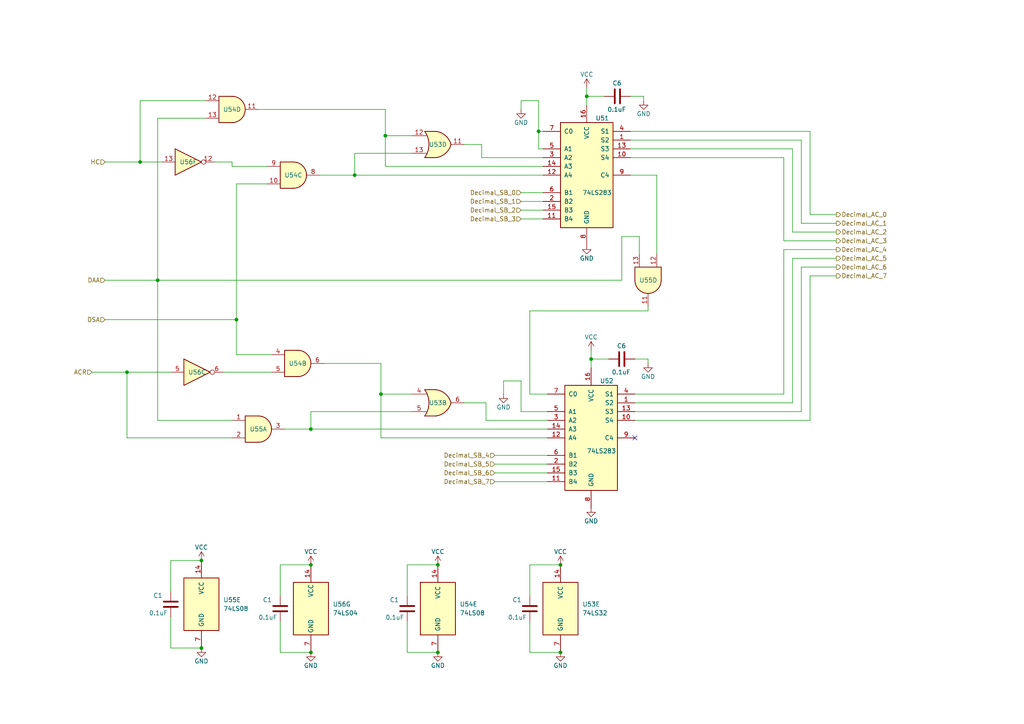
<source format=kicad_sch>
(kicad_sch (version 20230121) (generator eeschema)
  (paper "A4")
  (title_block (title "Decimal Adjuster Adder") (date "2023-07-12") (rev "1"))
  (lib_symbols
    (symbol "74xx:74LS04"
      (property "Reference" "U" (at 0 1.27 0))
      (property "Value" "74LS04" (at 0 -1.27 0))
      (symbol "74LS04_1_0"
        (polyline (pts (xy -3.81 3.81) (xy -3.81 -3.81) (xy 3.81 0) (xy -3.81 3.81)) (stroke (width 0.254)) (fill (type background)))
        (pin input line (at -7.62 0 0) (length 3.81) (name "~") (number "1"))
        (pin output inverted (at 7.62 0 180) (length 3.81) (name "~") (number "2"))
      )
      (symbol "74LS04_2_0"
        (polyline (pts (xy -3.81 3.81) (xy -3.81 -3.81) (xy 3.81 0) (xy -3.81 3.81)) (stroke (width 0.254)) (fill (type background)))
        (pin input line (at -7.62 0 0) (length 3.81) (name "~") (number "3"))
        (pin output inverted (at 7.62 0 180) (length 3.81) (name "~") (number "4"))
      )
      (symbol "74LS04_3_0"
        (polyline (pts (xy -3.81 3.81) (xy -3.81 -3.81) (xy 3.81 0) (xy -3.81 3.81)) (stroke (width 0.254)) (fill (type background)))
        (pin input line (at -7.62 0 0) (length 3.81) (name "~") (number "5"))
        (pin output inverted (at 7.62 0 180) (length 3.81) (name "~") (number "6"))
      )
      (symbol "74LS04_4_0"
        (polyline (pts (xy -3.81 3.81) (xy -3.81 -3.81) (xy 3.81 0) (xy -3.81 3.81)) (stroke (width 0.254)) (fill (type background)))
        (pin output inverted (at 7.62 0 180) (length 3.81) (name "~") (number "8"))
        (pin input line (at -7.62 0 0) (length 3.81) (name "~") (number "9"))
      )
      (symbol "74LS04_5_0"
        (polyline (pts (xy -3.81 3.81) (xy -3.81 -3.81) (xy 3.81 0) (xy -3.81 3.81)) (stroke (width 0.254)) (fill (type background)))
        (pin output inverted (at 7.62 0 180) (length 3.81) (name "~") (number "10"))
        (pin input line (at -7.62 0 0) (length 3.81) (name "~") (number "11"))
      )
      (symbol "74LS04_6_0"
        (polyline (pts (xy -3.81 3.81) (xy -3.81 -3.81) (xy 3.81 0) (xy -3.81 3.81)) (stroke (width 0.254)) (fill (type background)))
        (pin output inverted (at 7.62 0 180) (length 3.81) (name "~") (number "12"))
        (pin input line (at -7.62 0 0) (length 3.81) (name "~") (number "13"))
      )
      (symbol "74LS04_7_0"
        (pin power_in line (at 0 12.7 270) (length 5.08) (name "VCC") (number "14"))
        (pin power_in line (at 0 -12.7 90) (length 5.08) (name "GND") (number "7"))
      )
      (symbol "74LS04_7_1"
        (rectangle (start -5.08 7.62) (end 5.08 -7.62) (stroke (width 0.254)) (fill (type background)))
      )
    )
    (symbol "74xx:74LS08" (pin_names (offset 1.016))
      (property "Reference" "U" (at 0 1.27 0))
      (property "Value" "74LS08" (at 0 -1.27 0))
      (symbol "74LS08_1_1"
        (arc (start 0 -3.81) (mid 3.7934 0) (end 0 3.81) (stroke (width 0.254)) (fill (type background)))
        (polyline (pts (xy 0 3.81) (xy -3.81 3.81) (xy -3.81 -3.81) (xy 0 -3.81)) (stroke (width 0.254)) (fill (type background)))
        (pin input line (at -7.62 2.54 0) (length 3.81) (name "~") (number "1"))
        (pin input line (at -7.62 -2.54 0) (length 3.81) (name "~") (number "2"))
        (pin output line (at 7.62 0 180) (length 3.81) (name "~") (number "3"))
      )
      (symbol "74LS08_1_2"
        (arc (start -3.81 -3.81) (mid -2.589 0) (end -3.81 3.81) (stroke (width 0.254)))
        (arc (start -0.6096 -3.81) (mid 2.1842 -2.5851) (end 3.81 0) (stroke (width 0.254)) (fill (type background)))
        (polyline (pts (xy -3.81 -3.81) (xy -0.635 -3.81)) (stroke (width 0.254)) (fill (type background)))
        (polyline (pts (xy -3.81 3.81) (xy -0.635 3.81)) (stroke (width 0.254)) (fill (type background)))
        (polyline (pts (xy -0.635 3.81) (xy -3.81 3.81) (xy -3.81 3.81) (xy -3.556 3.4036) (xy -3.0226 2.2606) (xy -2.6924 1.0414) (xy -2.6162 -0.254) (xy -2.7686 -1.4986) (xy -3.175 -2.7178) (xy -3.81 -3.81) (xy -3.81 -3.81) (xy -0.635 -3.81)) (stroke (width -25.4)) (fill (type background)))
        (arc (start 3.81 0) (mid 2.1915 2.5936) (end -0.6096 3.81) (stroke (width 0.254)) (fill (type background)))
        (pin input inverted (at -7.62 2.54 0) (length 4.318) (name "~") (number "1"))
        (pin input inverted (at -7.62 -2.54 0) (length 4.318) (name "~") (number "2"))
        (pin output inverted (at 7.62 0 180) (length 3.81) (name "~") (number "3"))
      )
      (symbol "74LS08_2_1"
        (arc (start 0 -3.81) (mid 3.7934 0) (end 0 3.81) (stroke (width 0.254)) (fill (type background)))
        (polyline (pts (xy 0 3.81) (xy -3.81 3.81) (xy -3.81 -3.81) (xy 0 -3.81)) (stroke (width 0.254)) (fill (type background)))
        (pin input line (at -7.62 2.54 0) (length 3.81) (name "~") (number "4"))
        (pin input line (at -7.62 -2.54 0) (length 3.81) (name "~") (number "5"))
        (pin output line (at 7.62 0 180) (length 3.81) (name "~") (number "6"))
      )
      (symbol "74LS08_2_2"
        (arc (start -3.81 -3.81) (mid -2.589 0) (end -3.81 3.81) (stroke (width 0.254)))
        (arc (start -0.6096 -3.81) (mid 2.1842 -2.5851) (end 3.81 0) (stroke (width 0.254)) (fill (type background)))
        (polyline (pts (xy -3.81 -3.81) (xy -0.635 -3.81)) (stroke (width 0.254)) (fill (type background)))
        (polyline (pts (xy -3.81 3.81) (xy -0.635 3.81)) (stroke (width 0.254)) (fill (type background)))
        (polyline (pts (xy -0.635 3.81) (xy -3.81 3.81) (xy -3.81 3.81) (xy -3.556 3.4036) (xy -3.0226 2.2606) (xy -2.6924 1.0414) (xy -2.6162 -0.254) (xy -2.7686 -1.4986) (xy -3.175 -2.7178) (xy -3.81 -3.81) (xy -3.81 -3.81) (xy -0.635 -3.81)) (stroke (width -25.4)) (fill (type background)))
        (arc (start 3.81 0) (mid 2.1915 2.5936) (end -0.6096 3.81) (stroke (width 0.254)) (fill (type background)))
        (pin input inverted (at -7.62 2.54 0) (length 4.318) (name "~") (number "4"))
        (pin input inverted (at -7.62 -2.54 0) (length 4.318) (name "~") (number "5"))
        (pin output inverted (at 7.62 0 180) (length 3.81) (name "~") (number "6"))
      )
      (symbol "74LS08_3_1"
        (arc (start 0 -3.81) (mid 3.7934 0) (end 0 3.81) (stroke (width 0.254)) (fill (type background)))
        (polyline (pts (xy 0 3.81) (xy -3.81 3.81) (xy -3.81 -3.81) (xy 0 -3.81)) (stroke (width 0.254)) (fill (type background)))
        (pin input line (at -7.62 -2.54 0) (length 3.81) (name "~") (number "10"))
        (pin output line (at 7.62 0 180) (length 3.81) (name "~") (number "8"))
        (pin input line (at -7.62 2.54 0) (length 3.81) (name "~") (number "9"))
      )
      (symbol "74LS08_3_2"
        (arc (start -3.81 -3.81) (mid -2.589 0) (end -3.81 3.81) (stroke (width 0.254)))
        (arc (start -0.6096 -3.81) (mid 2.1842 -2.5851) (end 3.81 0) (stroke (width 0.254)) (fill (type background)))
        (polyline (pts (xy -3.81 -3.81) (xy -0.635 -3.81)) (stroke (width 0.254)) (fill (type background)))
        (polyline (pts (xy -3.81 3.81) (xy -0.635 3.81)) (stroke (width 0.254)) (fill (type background)))
        (polyline (pts (xy -0.635 3.81) (xy -3.81 3.81) (xy -3.81 3.81) (xy -3.556 3.4036) (xy -3.0226 2.2606) (xy -2.6924 1.0414) (xy -2.6162 -0.254) (xy -2.7686 -1.4986) (xy -3.175 -2.7178) (xy -3.81 -3.81) (xy -3.81 -3.81) (xy -0.635 -3.81)) (stroke (width -25.4)) (fill (type background)))
        (arc (start 3.81 0) (mid 2.1915 2.5936) (end -0.6096 3.81) (stroke (width 0.254)) (fill (type background)))
        (pin input inverted (at -7.62 -2.54 0) (length 4.318) (name "~") (number "10"))
        (pin output inverted (at 7.62 0 180) (length 3.81) (name "~") (number "8"))
        (pin input inverted (at -7.62 2.54 0) (length 4.318) (name "~") (number "9"))
      )
      (symbol "74LS08_4_1"
        (arc (start 0 -3.81) (mid 3.7934 0) (end 0 3.81) (stroke (width 0.254)) (fill (type background)))
        (polyline (pts (xy 0 3.81) (xy -3.81 3.81) (xy -3.81 -3.81) (xy 0 -3.81)) (stroke (width 0.254)) (fill (type background)))
        (pin output line (at 7.62 0 180) (length 3.81) (name "~") (number "11"))
        (pin input line (at -7.62 2.54 0) (length 3.81) (name "~") (number "12"))
        (pin input line (at -7.62 -2.54 0) (length 3.81) (name "~") (number "13"))
      )
      (symbol "74LS08_4_2"
        (arc (start -3.81 -3.81) (mid -2.589 0) (end -3.81 3.81) (stroke (width 0.254)))
        (arc (start -0.6096 -3.81) (mid 2.1842 -2.5851) (end 3.81 0) (stroke (width 0.254)) (fill (type background)))
        (polyline (pts (xy -3.81 -3.81) (xy -0.635 -3.81)) (stroke (width 0.254)) (fill (type background)))
        (polyline (pts (xy -3.81 3.81) (xy -0.635 3.81)) (stroke (width 0.254)) (fill (type background)))
        (polyline (pts (xy -0.635 3.81) (xy -3.81 3.81) (xy -3.81 3.81) (xy -3.556 3.4036) (xy -3.0226 2.2606) (xy -2.6924 1.0414) (xy -2.6162 -0.254) (xy -2.7686 -1.4986) (xy -3.175 -2.7178) (xy -3.81 -3.81) (xy -3.81 -3.81) (xy -0.635 -3.81)) (stroke (width -25.4)) (fill (type background)))
        (arc (start 3.81 0) (mid 2.1915 2.5936) (end -0.6096 3.81) (stroke (width 0.254)) (fill (type background)))
        (pin output inverted (at 7.62 0 180) (length 3.81) (name "~") (number "11"))
        (pin input inverted (at -7.62 2.54 0) (length 4.318) (name "~") (number "12"))
        (pin input inverted (at -7.62 -2.54 0) (length 4.318) (name "~") (number "13"))
      )
      (symbol "74LS08_5_0"
        (pin power_in line (at 0 12.7 270) (length 5.08) (name "VCC") (number "14"))
        (pin power_in line (at 0 -12.7 90) (length 5.08) (name "GND") (number "7"))
      )
      (symbol "74LS08_5_1"
        (rectangle (start -5.08 7.62) (end 5.08 -7.62) (stroke (width 0.254)) (fill (type background)))
      )
    )
    (symbol "74xx:74LS283" (pin_names (offset 1.016))
      (property "Reference" "U" (at -7.62 16.51 0))
      (property "Value" "74LS283" (at -7.62 -16.51 0))
      (symbol "74LS283_1_0"
        (pin output line (at 12.7 10.16 180) (length 5.08) (name "S2") (number "1"))
        (pin output line (at 12.7 5.08 180) (length 5.08) (name "S4") (number "10"))
        (pin input line (at -12.7 -12.7 0) (length 5.08) (name "B4") (number "11"))
        (pin input line (at -12.7 0 0) (length 5.08) (name "A4") (number "12"))
        (pin output line (at 12.7 7.62 180) (length 5.08) (name "S3") (number "13"))
        (pin input line (at -12.7 2.54 0) (length 5.08) (name "A3") (number "14"))
        (pin input line (at -12.7 -10.16 0) (length 5.08) (name "B3") (number "15"))
        (pin power_in line (at 0 20.32 270) (length 5.08) (name "VCC") (number "16"))
        (pin input line (at -12.7 -7.62 0) (length 5.08) (name "B2") (number "2"))
        (pin input line (at -12.7 5.08 0) (length 5.08) (name "A2") (number "3"))
        (pin output line (at 12.7 12.7 180) (length 5.08) (name "S1") (number "4"))
        (pin input line (at -12.7 7.62 0) (length 5.08) (name "A1") (number "5"))
        (pin input line (at -12.7 -5.08 0) (length 5.08) (name "B1") (number "6"))
        (pin input line (at -12.7 12.7 0) (length 5.08) (name "C0") (number "7"))
        (pin power_in line (at 0 -20.32 90) (length 5.08) (name "GND") (number "8"))
        (pin output line (at 12.7 0 180) (length 5.08) (name "C4") (number "9"))
      )
      (symbol "74LS283_1_1"
        (rectangle (start -7.62 15.24) (end 7.62 -15.24) (stroke (width 0.254)) (fill (type background)))
      )
    )
    (symbol "74xx:74LS32" (pin_names (offset 1.016))
      (property "Reference" "U" (at 0 1.27 0))
      (property "Value" "74LS32" (at 0 -1.27 0))
      (symbol "74LS32_1_1"
        (arc (start -3.81 -3.81) (mid -2.589 0) (end -3.81 3.81) (stroke (width 0.254)))
        (arc (start -0.6096 -3.81) (mid 2.1842 -2.5851) (end 3.81 0) (stroke (width 0.254)) (fill (type background)))
        (polyline (pts (xy -3.81 -3.81) (xy -0.635 -3.81)) (stroke (width 0.254)) (fill (type background)))
        (polyline (pts (xy -3.81 3.81) (xy -0.635 3.81)) (stroke (width 0.254)) (fill (type background)))
        (polyline (pts (xy -0.635 3.81) (xy -3.81 3.81) (xy -3.81 3.81) (xy -3.556 3.4036) (xy -3.0226 2.2606) (xy -2.6924 1.0414) (xy -2.6162 -0.254) (xy -2.7686 -1.4986) (xy -3.175 -2.7178) (xy -3.81 -3.81) (xy -3.81 -3.81) (xy -0.635 -3.81)) (stroke (width -25.4)) (fill (type background)))
        (arc (start 3.81 0) (mid 2.1915 2.5936) (end -0.6096 3.81) (stroke (width 0.254)) (fill (type background)))
        (pin input line (at -7.62 2.54 0) (length 4.318) (name "~") (number "1"))
        (pin input line (at -7.62 -2.54 0) (length 4.318) (name "~") (number "2"))
        (pin output line (at 7.62 0 180) (length 3.81) (name "~") (number "3"))
      )
      (symbol "74LS32_1_2"
        (arc (start 0 -3.81) (mid 3.7934 0) (end 0 3.81) (stroke (width 0.254)) (fill (type background)))
        (polyline (pts (xy 0 3.81) (xy -3.81 3.81) (xy -3.81 -3.81) (xy 0 -3.81)) (stroke (width 0.254)) (fill (type background)))
        (pin input inverted (at -7.62 2.54 0) (length 3.81) (name "~") (number "1"))
        (pin input inverted (at -7.62 -2.54 0) (length 3.81) (name "~") (number "2"))
        (pin output inverted (at 7.62 0 180) (length 3.81) (name "~") (number "3"))
      )
      (symbol "74LS32_2_1"
        (arc (start -3.81 -3.81) (mid -2.589 0) (end -3.81 3.81) (stroke (width 0.254)))
        (arc (start -0.6096 -3.81) (mid 2.1842 -2.5851) (end 3.81 0) (stroke (width 0.254)) (fill (type background)))
        (polyline (pts (xy -3.81 -3.81) (xy -0.635 -3.81)) (stroke (width 0.254)) (fill (type background)))
        (polyline (pts (xy -3.81 3.81) (xy -0.635 3.81)) (stroke (width 0.254)) (fill (type background)))
        (polyline (pts (xy -0.635 3.81) (xy -3.81 3.81) (xy -3.81 3.81) (xy -3.556 3.4036) (xy -3.0226 2.2606) (xy -2.6924 1.0414) (xy -2.6162 -0.254) (xy -2.7686 -1.4986) (xy -3.175 -2.7178) (xy -3.81 -3.81) (xy -3.81 -3.81) (xy -0.635 -3.81)) (stroke (width -25.4)) (fill (type background)))
        (arc (start 3.81 0) (mid 2.1915 2.5936) (end -0.6096 3.81) (stroke (width 0.254)) (fill (type background)))
        (pin input line (at -7.62 2.54 0) (length 4.318) (name "~") (number "4"))
        (pin input line (at -7.62 -2.54 0) (length 4.318) (name "~") (number "5"))
        (pin output line (at 7.62 0 180) (length 3.81) (name "~") (number "6"))
      )
      (symbol "74LS32_2_2"
        (arc (start 0 -3.81) (mid 3.7934 0) (end 0 3.81) (stroke (width 0.254)) (fill (type background)))
        (polyline (pts (xy 0 3.81) (xy -3.81 3.81) (xy -3.81 -3.81) (xy 0 -3.81)) (stroke (width 0.254)) (fill (type background)))
        (pin input inverted (at -7.62 2.54 0) (length 3.81) (name "~") (number "4"))
        (pin input inverted (at -7.62 -2.54 0) (length 3.81) (name "~") (number "5"))
        (pin output inverted (at 7.62 0 180) (length 3.81) (name "~") (number "6"))
      )
      (symbol "74LS32_3_1"
        (arc (start -3.81 -3.81) (mid -2.589 0) (end -3.81 3.81) (stroke (width 0.254)))
        (arc (start -0.6096 -3.81) (mid 2.1842 -2.5851) (end 3.81 0) (stroke (width 0.254)) (fill (type background)))
        (polyline (pts (xy -3.81 -3.81) (xy -0.635 -3.81)) (stroke (width 0.254)) (fill (type background)))
        (polyline (pts (xy -3.81 3.81) (xy -0.635 3.81)) (stroke (width 0.254)) (fill (type background)))
        (polyline (pts (xy -0.635 3.81) (xy -3.81 3.81) (xy -3.81 3.81) (xy -3.556 3.4036) (xy -3.0226 2.2606) (xy -2.6924 1.0414) (xy -2.6162 -0.254) (xy -2.7686 -1.4986) (xy -3.175 -2.7178) (xy -3.81 -3.81) (xy -3.81 -3.81) (xy -0.635 -3.81)) (stroke (width -25.4)) (fill (type background)))
        (arc (start 3.81 0) (mid 2.1915 2.5936) (end -0.6096 3.81) (stroke (width 0.254)) (fill (type background)))
        (pin input line (at -7.62 -2.54 0) (length 4.318) (name "~") (number "10"))
        (pin output line (at 7.62 0 180) (length 3.81) (name "~") (number "8"))
        (pin input line (at -7.62 2.54 0) (length 4.318) (name "~") (number "9"))
      )
      (symbol "74LS32_3_2"
        (arc (start 0 -3.81) (mid 3.7934 0) (end 0 3.81) (stroke (width 0.254)) (fill (type background)))
        (polyline (pts (xy 0 3.81) (xy -3.81 3.81) (xy -3.81 -3.81) (xy 0 -3.81)) (stroke (width 0.254)) (fill (type background)))
        (pin input inverted (at -7.62 -2.54 0) (length 3.81) (name "~") (number "10"))
        (pin output inverted (at 7.62 0 180) (length 3.81) (name "~") (number "8"))
        (pin input inverted (at -7.62 2.54 0) (length 3.81) (name "~") (number "9"))
      )
      (symbol "74LS32_4_1"
        (arc (start -3.81 -3.81) (mid -2.589 0) (end -3.81 3.81) (stroke (width 0.254)))
        (arc (start -0.6096 -3.81) (mid 2.1842 -2.5851) (end 3.81 0) (stroke (width 0.254)) (fill (type background)))
        (polyline (pts (xy -3.81 -3.81) (xy -0.635 -3.81)) (stroke (width 0.254)) (fill (type background)))
        (polyline (pts (xy -3.81 3.81) (xy -0.635 3.81)) (stroke (width 0.254)) (fill (type background)))
        (polyline (pts (xy -0.635 3.81) (xy -3.81 3.81) (xy -3.81 3.81) (xy -3.556 3.4036) (xy -3.0226 2.2606) (xy -2.6924 1.0414) (xy -2.6162 -0.254) (xy -2.7686 -1.4986) (xy -3.175 -2.7178) (xy -3.81 -3.81) (xy -3.81 -3.81) (xy -0.635 -3.81)) (stroke (width -25.4)) (fill (type background)))
        (arc (start 3.81 0) (mid 2.1915 2.5936) (end -0.6096 3.81) (stroke (width 0.254)) (fill (type background)))
        (pin output line (at 7.62 0 180) (length 3.81) (name "~") (number "11"))
        (pin input line (at -7.62 2.54 0) (length 4.318) (name "~") (number "12"))
        (pin input line (at -7.62 -2.54 0) (length 4.318) (name "~") (number "13"))
      )
      (symbol "74LS32_4_2"
        (arc (start 0 -3.81) (mid 3.7934 0) (end 0 3.81) (stroke (width 0.254)) (fill (type background)))
        (polyline (pts (xy 0 3.81) (xy -3.81 3.81) (xy -3.81 -3.81) (xy 0 -3.81)) (stroke (width 0.254)) (fill (type background)))
        (pin output inverted (at 7.62 0 180) (length 3.81) (name "~") (number "11"))
        (pin input inverted (at -7.62 2.54 0) (length 3.81) (name "~") (number "12"))
        (pin input inverted (at -7.62 -2.54 0) (length 3.81) (name "~") (number "13"))
      )
      (symbol "74LS32_5_0"
        (pin power_in line (at 0 12.7 270) (length 5.08) (name "VCC") (number "14"))
        (pin power_in line (at 0 -12.7 90) (length 5.08) (name "GND") (number "7"))
      )
      (symbol "74LS32_5_1"
        (rectangle (start -5.08 7.62) (end 5.08 -7.62) (stroke (width 0.254)) (fill (type background)))
      )
    )
    (symbol "Device:C" (pin_numbers hide) (pin_names (offset 0.254))
      (property "Reference" "C" (at 0.635 2.54 0))
      (property "Value" "C" (at 0.635 -2.54 0))
      (symbol "C_0_1"
        (polyline (pts (xy -2.032 -0.762) (xy 2.032 -0.762)) (stroke (width 0.508)))
        (polyline (pts (xy -2.032 0.762) (xy 2.032 0.762)) (stroke (width 0.508)))
      )
      (symbol "C_1_1"
        (pin passive line (at 0 3.81 270) (length 2.794) (name "~") (number "1"))
        (pin passive line (at 0 -3.81 90) (length 2.794) (name "~") (number "2"))
      )
    )
    (symbol "power:GND" (power) (pin_names (offset 0))
      (property "Value" "GND" (at 0 -3.81 0))
      (symbol "GND_0_1"
        (polyline (pts (xy 0 0) (xy 0 -1.27) (xy 1.27 -1.27) (xy 0 -2.54) (xy -1.27 -1.27) (xy 0 -1.27)))
      )
      (symbol "GND_1_1"
        (pin power_in line (at 0 0 270) (length 0) hide (name "GND") (number "1"))
      )
    )
    (symbol "power:VCC" (power) (pin_names (offset 0))
      (property "Value" "VCC" (at 0 3.81 0))
      (symbol "VCC_0_1"
        (polyline (pts (xy -0.762 1.27) (xy 0 2.54)))
        (polyline (pts (xy 0 0) (xy 0 2.54)))
        (polyline (pts (xy 0 2.54) (xy 0.762 1.27)))
      )
      (symbol "VCC_1_1"
        (pin power_in line (at 0 0 90) (length 0) hide (name "VCC") (number "1"))
      )
    )
  )
  (junction (at 58.42 187.96))
  (junction (at 162.56 189.23))
  (junction (at 127 189.23))
  (junction (at 68.58 92.71))
  (junction (at 36.83 107.95))
  (junction (at 111.76 39.37))
  (junction (at 170.18 27.94))
  (junction (at 90.17 189.23))
  (junction (at 58.42 162.56))
  (junction (at 171.45 104.14))
  (junction (at 127 163.83))
  (junction (at 90.17 163.83))
  (junction (at 162.56 163.83))
  (junction (at 45.72 81.28))
  (junction (at 102.87 50.8))
  (junction (at 90.17 124.46))
  (junction (at 156.21 38.1))
  (junction (at 110.49 114.3))
  (junction (at 40.64 46.99))
  (no_connect (at 184.15 127))
  (wire (pts (xy 102.87 50.8) (xy 157.48 50.8)))
  (wire (pts (xy 146.05 110.49) (xy 146.05 114.3)))
  (wire (pts (xy 171.45 101.6) (xy 171.45 104.14)))
  (wire (pts (xy 187.96 88.9) (xy 187.96 90.17)))
  (wire (pts (xy 81.28 189.23) (xy 90.17 189.23)))
  (wire (pts (xy 153.67 90.17) (xy 153.67 114.3)))
  (wire (pts (xy 229.87 116.84) (xy 184.15 116.84)))
  (wire (pts (xy 229.87 74.93) (xy 229.87 116.84)))
  (wire (pts (xy 45.72 34.29) (xy 45.72 81.28)))
  (wire (pts (xy 185.42 73.66) (xy 185.42 68.58)))
  (wire (pts (xy 118.11 163.83) (xy 127 163.83)))
  (wire (pts (xy 153.67 114.3) (xy 158.75 114.3)))
  (wire (pts (xy 234.95 121.92) (xy 234.95 80.01)))
  (wire (pts (xy 242.57 64.77) (xy 232.41 64.77)))
  (wire (pts (xy 102.87 44.45) (xy 102.87 50.8)))
  (wire (pts (xy 234.95 62.23) (xy 242.57 62.23)))
  (wire (pts (xy 140.97 121.92) (xy 158.75 121.92)))
  (wire (pts (xy 90.17 124.46) (xy 158.75 124.46)))
  (wire (pts (xy 74.93 31.75) (xy 111.76 31.75)))
  (wire (pts (xy 151.13 55.88) (xy 157.48 55.88)))
  (wire (pts (xy 143.51 132.08) (xy 158.75 132.08)))
  (wire (pts (xy 190.5 50.8) (xy 190.5 73.66)))
  (wire (pts (xy 170.18 27.94) (xy 175.26 27.94)))
  (wire (pts (xy 81.28 163.83) (xy 90.17 163.83)))
  (wire (pts (xy 78.74 102.87) (xy 68.58 102.87)))
  (wire (pts (xy 81.28 180.34) (xy 81.28 189.23)))
  (wire (pts (xy 92.71 50.8) (xy 102.87 50.8)))
  (wire (pts (xy 110.49 105.41) (xy 110.49 114.3)))
  (wire (pts (xy 140.97 116.84) (xy 140.97 121.92)))
  (wire (pts (xy 36.83 107.95) (xy 49.53 107.95)))
  (wire (pts (xy 157.48 48.26) (xy 111.76 48.26)))
  (wire (pts (xy 139.7 45.72) (xy 157.48 45.72)))
  (wire (pts (xy 153.67 180.34) (xy 153.67 189.23)))
  (wire (pts (xy 49.53 171.45) (xy 49.53 162.56)))
  (wire (pts (xy 242.57 77.47) (xy 232.41 77.47)))
  (wire (pts (xy 67.31 48.26) (xy 77.47 48.26)))
  (wire (pts (xy 229.87 43.18) (xy 229.87 67.31)))
  (wire (pts (xy 171.45 104.14) (xy 176.53 104.14)))
  (wire (pts (xy 227.33 69.85) (xy 227.33 45.72)))
  (wire (pts (xy 158.75 119.38) (xy 151.13 119.38)))
  (wire (pts (xy 119.38 119.38) (xy 90.17 119.38)))
  (wire (pts (xy 151.13 119.38) (xy 151.13 110.49)))
  (wire (pts (xy 93.98 105.41) (xy 110.49 105.41)))
  (wire (pts (xy 186.69 27.94) (xy 186.69 29.21)))
  (wire (pts (xy 232.41 119.38) (xy 184.15 119.38)))
  (wire (pts (xy 45.72 81.28) (xy 180.34 81.28)))
  (wire (pts (xy 156.21 29.21) (xy 151.13 29.21)))
  (wire (pts (xy 110.49 114.3) (xy 119.38 114.3)))
  (wire (pts (xy 90.17 124.46) (xy 82.55 124.46)))
  (wire (pts (xy 151.13 110.49) (xy 146.05 110.49)))
  (wire (pts (xy 68.58 92.71) (xy 68.58 53.34)))
  (wire (pts (xy 151.13 63.5) (xy 157.48 63.5)))
  (wire (pts (xy 187.96 90.17) (xy 153.67 90.17)))
  (wire (pts (xy 153.67 163.83) (xy 162.56 163.83)))
  (wire (pts (xy 45.72 121.92) (xy 45.72 81.28)))
  (wire (pts (xy 67.31 127) (xy 36.83 127)))
  (wire (pts (xy 242.57 74.93) (xy 229.87 74.93)))
  (wire (pts (xy 227.33 72.39) (xy 242.57 72.39)))
  (wire (pts (xy 234.95 38.1) (xy 234.95 62.23)))
  (wire (pts (xy 242.57 69.85) (xy 227.33 69.85)))
  (wire (pts (xy 234.95 80.01) (xy 242.57 80.01)))
  (wire (pts (xy 143.51 134.62) (xy 158.75 134.62)))
  (wire (pts (xy 184.15 104.14) (xy 187.96 104.14)))
  (wire (pts (xy 171.45 104.14) (xy 171.45 106.68)))
  (wire (pts (xy 156.21 38.1) (xy 156.21 43.18)))
  (wire (pts (xy 185.42 68.58) (xy 180.34 68.58)))
  (wire (pts (xy 81.28 172.72) (xy 81.28 163.83)))
  (wire (pts (xy 156.21 38.1) (xy 157.48 38.1)))
  (wire (pts (xy 111.76 39.37) (xy 119.38 39.37)))
  (wire (pts (xy 111.76 31.75) (xy 111.76 39.37)))
  (wire (pts (xy 153.67 172.72) (xy 153.67 163.83)))
  (wire (pts (xy 143.51 137.16) (xy 158.75 137.16)))
  (wire (pts (xy 67.31 46.99) (xy 62.23 46.99)))
  (wire (pts (xy 180.34 68.58) (xy 180.34 81.28)))
  (wire (pts (xy 30.48 92.71) (xy 68.58 92.71)))
  (wire (pts (xy 59.69 29.21) (xy 40.64 29.21)))
  (wire (pts (xy 182.88 27.94) (xy 186.69 27.94)))
  (wire (pts (xy 111.76 48.26) (xy 111.76 39.37)))
  (wire (pts (xy 118.11 189.23) (xy 127 189.23)))
  (wire (pts (xy 59.69 34.29) (xy 45.72 34.29)))
  (wire (pts (xy 119.38 44.45) (xy 102.87 44.45)))
  (wire (pts (xy 187.96 104.14) (xy 187.96 105.41)))
  (wire (pts (xy 90.17 119.38) (xy 90.17 124.46)))
  (wire (pts (xy 118.11 172.72) (xy 118.11 163.83)))
  (wire (pts (xy 227.33 45.72) (xy 182.88 45.72)))
  (wire (pts (xy 153.67 189.23) (xy 162.56 189.23)))
  (wire (pts (xy 67.31 46.99) (xy 67.31 48.26)))
  (wire (pts (xy 229.87 67.31) (xy 242.57 67.31)))
  (wire (pts (xy 157.48 43.18) (xy 156.21 43.18)))
  (wire (pts (xy 36.83 127) (xy 36.83 107.95)))
  (wire (pts (xy 134.62 41.91) (xy 139.7 41.91)))
  (wire (pts (xy 49.53 162.56) (xy 58.42 162.56)))
  (wire (pts (xy 64.77 107.95) (xy 78.74 107.95)))
  (wire (pts (xy 67.31 121.92) (xy 45.72 121.92)))
  (wire (pts (xy 134.62 116.84) (xy 140.97 116.84)))
  (wire (pts (xy 170.18 27.94) (xy 170.18 30.48)))
  (wire (pts (xy 30.48 81.28) (xy 45.72 81.28)))
  (wire (pts (xy 170.18 25.4) (xy 170.18 27.94)))
  (wire (pts (xy 182.88 50.8) (xy 190.5 50.8)))
  (wire (pts (xy 26.67 107.95) (xy 36.83 107.95)))
  (wire (pts (xy 30.48 46.99) (xy 40.64 46.99)))
  (wire (pts (xy 40.64 46.99) (xy 46.99 46.99)))
  (wire (pts (xy 139.7 41.91) (xy 139.7 45.72)))
  (wire (pts (xy 232.41 40.64) (xy 182.88 40.64)))
  (wire (pts (xy 227.33 114.3) (xy 227.33 72.39)))
  (wire (pts (xy 143.51 139.7) (xy 158.75 139.7)))
  (wire (pts (xy 110.49 114.3) (xy 110.49 127)))
  (wire (pts (xy 182.88 43.18) (xy 229.87 43.18)))
  (wire (pts (xy 68.58 53.34) (xy 77.47 53.34)))
  (wire (pts (xy 184.15 121.92) (xy 234.95 121.92)))
  (wire (pts (xy 232.41 64.77) (xy 232.41 40.64)))
  (wire (pts (xy 182.88 38.1) (xy 234.95 38.1)))
  (wire (pts (xy 118.11 180.34) (xy 118.11 189.23)))
  (wire (pts (xy 151.13 58.42) (xy 157.48 58.42)))
  (wire (pts (xy 49.53 179.07) (xy 49.53 187.96)))
  (wire (pts (xy 49.53 187.96) (xy 58.42 187.96)))
  (wire (pts (xy 232.41 77.47) (xy 232.41 119.38)))
  (wire (pts (xy 184.15 114.3) (xy 227.33 114.3)))
  (wire (pts (xy 158.75 127) (xy 110.49 127)))
  (wire (pts (xy 156.21 38.1) (xy 156.21 29.21)))
  (wire (pts (xy 68.58 102.87) (xy 68.58 92.71)))
  (wire (pts (xy 151.13 29.21) (xy 151.13 31.75)))
  (wire (pts (xy 151.13 60.96) (xy 157.48 60.96)))
  (wire (pts (xy 40.64 29.21) (xy 40.64 46.99)))
  (hierarchical_label "Decimal_AC_1" (shape output) (at 242.57 64.77 0))
  (hierarchical_label "Decimal_SB_4" (shape input) (at 143.51 132.08 180))
  (hierarchical_label "Decimal_AC_7" (shape output) (at 242.57 80.01 0))
  (hierarchical_label "Decimal_SB_0" (shape input) (at 151.13 55.88 180))
  (hierarchical_label "ACR" (shape input) (at 26.67 107.95 180))
  (hierarchical_label "Decimal_AC_5" (shape output) (at 242.57 74.93 0))
  (hierarchical_label "Decimal_SB_6" (shape input) (at 143.51 137.16 180))
  (hierarchical_label "Decimal_AC_6" (shape output) (at 242.57 77.47 0))
  (hierarchical_label "Decimal_SB_1" (shape input) (at 151.13 58.42 180))
  (hierarchical_label "Decimal_SB_3" (shape input) (at 151.13 63.5 180))
  (hierarchical_label "HC" (shape input) (at 30.48 46.99 180))
  (hierarchical_label "Decimal_SB_2" (shape input) (at 151.13 60.96 180))
  (hierarchical_label "Decimal_AC_3" (shape output) (at 242.57 69.85 0))
  (hierarchical_label "Decimal_AC_4" (shape output) (at 242.57 72.39 0))
  (hierarchical_label "DSA" (shape input) (at 30.48 92.71 180))
  (hierarchical_label "Decimal_SB_5" (shape input) (at 143.51 134.62 180))
  (hierarchical_label "DAA" (shape input) (at 30.48 81.28 180))
  (hierarchical_label "Decimal_SB_7" (shape input) (at 143.51 139.7 180))
  (hierarchical_label "Decimal_AC_2" (shape output) (at 242.57 67.31 0))
  (hierarchical_label "Decimal_AC_0" (shape output) (at 242.57 62.23 0))
  (symbol (lib_id "74xx:74LS32") (at 127 116.84 0) (unit 2)
    (property "Reference" "U53" (at 127.0083 116.84 0))
    (property "Value" "74LS32" (effects hide))
    (property "Datasheet" "http://www.ti.com/lit/gpn/sn74LS32" (effects hide))
  )
  (symbol (lib_id "power:GND") (at 171.45 147.32 0) (unit 1)
    (property "Reference" "#PWR017" (effects hide))
    (property "Value" "GND" (at 171.45 151.13 0))
    (instances (project "8bit_CPU-V0_1" (path "" (reference "#PWR017") (unit 1)) (path "" (reference "#PWR044") (unit 1)) (path "" (reference "#PWR065") (unit 1)) (path "" (reference "#PWR077") (unit 1)) (path "" (reference "#PWR089") (unit 1)) (path "" (reference "#PWR097") (unit 1)) (path "" (reference "#PWR0118") (unit 1)) (path "" (reference "#PWR0145") (unit 1))))
  )
  (symbol (lib_id "Device:C") (at 81.28 176.53 0) (unit 1)
    (property "Reference" "C1" (at 76.2 173.99 0) (effects (justify left)))
    (property "Value" "0.1uF" (at 74.93 179.07 0) (effects (justify left)))
    (instances (project "8bit_CPU-V0_1" (path "" (reference "C1") (unit 1)) (path "" (reference "C13") (unit 1)) (path "" (reference "C20") (unit 1)) (path "" (reference "C23") (unit 1)) (path "" (reference "C25") (unit 1)) (path "" (reference "C30") (unit 1)) (path "" (reference "C36") (unit 1)) (path "" (reference "C48") (unit 1)) (path "" (reference "C56") (unit 1))))
  )
  (symbol (lib_id "Device:C") (at 49.53 175.26 0) (unit 1)
    (property "Reference" "C1" (at 44.45 172.72 0) (effects (justify left)))
    (property "Value" "0.1uF" (at 43.18 177.8 0) (effects (justify left)))
    (instances (project "8bit_CPU-V0_1" (path "" (reference "C1") (unit 1)) (path "" (reference "C13") (unit 1)) (path "" (reference "C20") (unit 1)) (path "" (reference "C23") (unit 1)) (path "" (reference "C25") (unit 1)) (path "" (reference "C30") (unit 1)) (path "" (reference "C36") (unit 1)) (path "" (reference "C48") (unit 1)) (path "" (reference "C55") (unit 1))))
  )
  (symbol (lib_id "power:VCC") (at 90.17 163.83 0) (unit 1)
    (property "Reference" "#PWR06" (effects hide))
    (property "Value" "VCC" (at 90.17 160.02 0))
    (instances (project "8bit_CPU-V0_1" (path "" (reference "#PWR06") (unit 1)) (path "" (reference "#PWR028") (unit 1)) (path "" (reference "#PWR060") (unit 1)) (path "" (reference "#PWR070") (unit 1)) (path "" (reference "#PWR072") (unit 1)) (path "" (reference "#PWR084") (unit 1)) (path "" (reference "#PWR0102") (unit 1)) (path "" (reference "#PWR0132") (unit 1)) (path "" (reference "#PWR0151") (unit 1))))
  )
  (symbol (lib_id "Device:C") (at 180.34 104.14 90) (unit 1)
    (property "Reference" "C6" (at 181.61 100.33 90) (effects (justify left)))
    (property "Value" "0.1uF" (at 182.88 107.95 90) (effects (justify left)))
    (instances (project "8bit_CPU-V0_1" (path "" (reference "C6") (unit 1)) (path "" (reference "C16") (unit 1)) (path "" (reference "C13") (unit 1)) (path "" (reference "C26") (unit 1)) (path "" (reference "C31") (unit 1)) (path "" (reference "C33") (unit 1)) (path "" (reference "C38") (unit 1)) (path "" (reference "C52") (unit 1))))
  )
  (symbol (lib_id "74xx:74LS283") (at 170.18 50.8 0) (unit 1)
    (property "Reference" "U51" (at 172.72 34.29 0) (effects (justify left)))
    (property "Value" "74LS283" (at 168.91 55.88 0) (effects (justify left)))
    (property "Datasheet" "http://www.ti.com/lit/gpn/sn74LS283" (effects hide))
  )
  (symbol (lib_id "Device:C") (at 118.11 176.53 0) (unit 1)
    (property "Reference" "C1" (at 113.03 173.99 0) (effects (justify left)))
    (property "Value" "0.1uF" (at 111.76 179.07 0) (effects (justify left)))
    (instances (project "8bit_CPU-V0_1" (path "" (reference "C1") (unit 1)) (path "" (reference "C13") (unit 1)) (path "" (reference "C20") (unit 1)) (path "" (reference "C23") (unit 1)) (path "" (reference "C25") (unit 1)) (path "" (reference "C30") (unit 1)) (path "" (reference "C36") (unit 1)) (path "" (reference "C48") (unit 1)) (path "" (reference "C54") (unit 1))))
  )
  (symbol (lib_id "power:GND") (at 58.42 187.96 0) (unit 1)
    (property "Reference" "#PWR05" (effects hide))
    (property "Value" "GND" (at 58.42 191.77 0))
    (instances (project "8bit_CPU-V0_1" (path "" (reference "#PWR05") (unit 1)) (path "" (reference "#PWR029") (unit 1)) (path "" (reference "#PWR061") (unit 1)) (path "" (reference "#PWR071") (unit 1)) (path "" (reference "#PWR073") (unit 1)) (path "" (reference "#PWR085") (unit 1)) (path "" (reference "#PWR0103") (unit 1)) (path "" (reference "#PWR0133") (unit 1)) (path "" (reference "#PWR0150") (unit 1))))
  )
  (symbol (lib_id "74xx:74LS04") (at 54.61 46.99 0) (unit 6)
    (property "Reference" "U56" (at 54.6183 46.99 0))
    (property "Value" "74LS04" (effects hide))
    (property "Datasheet" "http://www.ti.com/lit/gpn/sn74LS04" (effects hide))
  )
  (symbol (lib_id "power:GND") (at 127 189.23 0) (unit 1)
    (property "Reference" "#PWR05" (effects hide))
    (property "Value" "GND" (at 127 193.04 0))
    (instances (project "8bit_CPU-V0_1" (path "" (reference "#PWR05") (unit 1)) (path "" (reference "#PWR029") (unit 1)) (path "" (reference "#PWR061") (unit 1)) (path "" (reference "#PWR071") (unit 1)) (path "" (reference "#PWR073") (unit 1)) (path "" (reference "#PWR085") (unit 1)) (path "" (reference "#PWR0103") (unit 1)) (path "" (reference "#PWR0133") (unit 1)) (path "" (reference "#PWR0154") (unit 1))))
  )
  (symbol (lib_id "power:GND") (at 90.17 189.23 0) (unit 1)
    (property "Reference" "#PWR05" (effects hide))
    (property "Value" "GND" (at 90.17 193.04 0))
    (instances (project "8bit_CPU-V0_1" (path "" (reference "#PWR05") (unit 1)) (path "" (reference "#PWR029") (unit 1)) (path "" (reference "#PWR061") (unit 1)) (path "" (reference "#PWR071") (unit 1)) (path "" (reference "#PWR073") (unit 1)) (path "" (reference "#PWR085") (unit 1)) (path "" (reference "#PWR0103") (unit 1)) (path "" (reference "#PWR0133") (unit 1)) (path "" (reference "#PWR0152") (unit 1))))
  )
  (symbol (lib_id "74xx:74LS04") (at 90.17 176.53 0) (unit 7)
    (property "Reference" "U56" (at 96.52 175.26 0) (effects (justify left)))
    (property "Value" "74LS04" (at 96.52 177.8 0) (effects (justify left)))
    (property "Datasheet" "http://www.ti.com/lit/gpn/sn74LS04" (effects hide))
  )
  (symbol (lib_id "Device:C") (at 153.67 176.53 0) (unit 1)
    (property "Reference" "C1" (at 148.59 173.99 0) (effects (justify left)))
    (property "Value" "0.1uF" (at 147.32 179.07 0) (effects (justify left)))
    (instances (project "8bit_CPU-V0_1" (path "" (reference "C1") (unit 1)) (path "" (reference "C13") (unit 1)) (path "" (reference "C20") (unit 1)) (path "" (reference "C23") (unit 1)) (path "" (reference "C25") (unit 1)) (path "" (reference "C30") (unit 1)) (path "" (reference "C36") (unit 1)) (path "" (reference "C48") (unit 1)) (path "" (reference "C53") (unit 1))))
  )
  (symbol (lib_id "74xx:74LS32") (at 127 41.91 0) (unit 4)
    (property "Reference" "U53" (at 127.0083 41.91 0))
    (property "Value" "74LS32" (effects hide))
    (property "Datasheet" "http://www.ti.com/lit/gpn/sn74LS32" (effects hide))
  )
  (symbol (lib_id "74xx:74LS08") (at 85.09 50.8 0) (unit 3)
    (property "Reference" "U54" (at 85.09 50.8 0))
    (property "Value" "74LS08" (effects hide))
    (property "Datasheet" "http://www.ti.com/lit/gpn/sn74LS08" (effects hide))
  )
  (symbol (lib_id "74xx:74LS08") (at 58.42 175.26 0) (unit 5)
    (property "Reference" "U55" (at 64.77 173.99 0) (effects (justify left)))
    (property "Value" "74LS08" (at 64.77 176.53 0) (effects (justify left)))
    (property "Datasheet" "http://www.ti.com/lit/gpn/sn74LS08" (effects hide))
  )
  (symbol (lib_id "power:GND") (at 151.13 31.75 0) (unit 1)
    (property "Reference" "#PWR017" (effects hide))
    (property "Value" "GND" (at 151.13 35.56 0))
    (instances (project "8bit_CPU-V0_1" (path "" (reference "#PWR017") (unit 1)) (path "" (reference "#PWR044") (unit 1)) (path "" (reference "#PWR065") (unit 1)) (path "" (reference "#PWR077") (unit 1)) (path "" (reference "#PWR089") (unit 1)) (path "" (reference "#PWR097") (unit 1)) (path "" (reference "#PWR0118") (unit 1)) (path "" (reference "#PWR0146") (unit 1))))
  )
  (symbol (lib_id "power:GND") (at 170.18 71.12 0) (unit 1)
    (property "Reference" "#PWR017" (effects hide))
    (property "Value" "GND" (at 170.18 74.93 0))
    (instances (project "8bit_CPU-V0_1" (path "" (reference "#PWR017") (unit 1)) (path "" (reference "#PWR044") (unit 1)) (path "" (reference "#PWR065") (unit 1)) (path "" (reference "#PWR077") (unit 1)) (path "" (reference "#PWR089") (unit 1)) (path "" (reference "#PWR097") (unit 1)) (path "" (reference "#PWR0118") (unit 1)) (path "" (reference "#PWR0144") (unit 1))))
  )
  (symbol (lib_id "74xx:74LS08") (at 187.96 81.28 270) (unit 4)
    (property "Reference" "U55" (at 185.42 81.28 90) (effects (justify left)))
    (property "Value" "74LS08" (effects hide))
    (property "Datasheet" "http://www.ti.com/lit/gpn/sn74LS08" (effects hide))
  )
  (symbol (lib_id "power:GND") (at 162.56 189.23 0) (unit 1)
    (property "Reference" "#PWR05" (effects hide))
    (property "Value" "GND" (at 162.56 193.04 0))
    (instances (project "8bit_CPU-V0_1" (path "" (reference "#PWR05") (unit 1)) (path "" (reference "#PWR029") (unit 1)) (path "" (reference "#PWR061") (unit 1)) (path "" (reference "#PWR071") (unit 1)) (path "" (reference "#PWR073") (unit 1)) (path "" (reference "#PWR085") (unit 1)) (path "" (reference "#PWR0103") (unit 1)) (path "" (reference "#PWR0133") (unit 1)) (path "" (reference "#PWR0156") (unit 1))))
  )
  (symbol (lib_id "74xx:74LS08") (at 67.31 31.75 0) (unit 4)
    (property "Reference" "U54" (at 67.31 31.75 0))
    (property "Value" "74LS08" (effects hide))
    (property "Datasheet" "http://www.ti.com/lit/gpn/sn74LS08" (effects hide))
  )
  (symbol (lib_id "74xx:74LS08") (at 86.36 105.41 0) (unit 2)
    (property "Reference" "U54" (at 86.36 105.41 0))
    (property "Value" "74LS08" (effects hide))
    (property "Datasheet" "http://www.ti.com/lit/gpn/sn74LS08" (effects hide))
  )
  (symbol (lib_id "power:VCC") (at 58.42 162.56 0) (unit 1)
    (property "Reference" "#PWR06" (effects hide))
    (property "Value" "VCC" (at 58.42 158.75 0))
    (instances (project "8bit_CPU-V0_1" (path "" (reference "#PWR06") (unit 1)) (path "" (reference "#PWR028") (unit 1)) (path "" (reference "#PWR060") (unit 1)) (path "" (reference "#PWR070") (unit 1)) (path "" (reference "#PWR072") (unit 1)) (path "" (reference "#PWR084") (unit 1)) (path "" (reference "#PWR0102") (unit 1)) (path "" (reference "#PWR0132") (unit 1)) (path "" (reference "#PWR0149") (unit 1))))
  )
  (symbol (lib_id "74xx:74LS08") (at 127 176.53 0) (unit 5)
    (property "Reference" "U54" (at 133.35 175.26 0) (effects (justify left)))
    (property "Value" "74LS08" (at 133.35 177.8 0) (effects (justify left)))
    (property "Datasheet" "http://www.ti.com/lit/gpn/sn74LS08" (effects hide))
  )
  (symbol (lib_id "power:GND") (at 146.05 114.3 0) (unit 1)
    (property "Reference" "#PWR017" (effects hide))
    (property "Value" "GND" (at 146.05 118.11 0))
    (instances (project "8bit_CPU-V0_1" (path "" (reference "#PWR017") (unit 1)) (path "" (reference "#PWR044") (unit 1)) (path "" (reference "#PWR065") (unit 1)) (path "" (reference "#PWR077") (unit 1)) (path "" (reference "#PWR089") (unit 1)) (path "" (reference "#PWR097") (unit 1)) (path "" (reference "#PWR0118") (unit 1)) (path "" (reference "#PWR0148") (unit 1))))
  )
  (symbol (lib_id "power:VCC") (at 170.18 25.4 0) (unit 1)
    (property "Reference" "#PWR016" (effects hide))
    (property "Value" "VCC" (at 170.18 21.59 0))
    (instances (project "8bit_CPU-V0_1" (path "" (reference "#PWR016") (unit 1)) (path "" (reference "#PWR043") (unit 1)) (path "" (reference "#PWR064") (unit 1)) (path "" (reference "#PWR076") (unit 1)) (path "" (reference "#PWR088") (unit 1)) (path "" (reference "#PWR096") (unit 1)) (path "" (reference "#PWR0116") (unit 1)) (path "" (reference "#PWR0140") (unit 1))))
  )
  (symbol (lib_id "power:VCC") (at 162.56 163.83 0) (unit 1)
    (property "Reference" "#PWR06" (effects hide))
    (property "Value" "VCC" (at 162.56 160.02 0))
    (instances (project "8bit_CPU-V0_1" (path "" (reference "#PWR06") (unit 1)) (path "" (reference "#PWR028") (unit 1)) (path "" (reference "#PWR060") (unit 1)) (path "" (reference "#PWR070") (unit 1)) (path "" (reference "#PWR072") (unit 1)) (path "" (reference "#PWR084") (unit 1)) (path "" (reference "#PWR0102") (unit 1)) (path "" (reference "#PWR0132") (unit 1)) (path "" (reference "#PWR0155") (unit 1))))
  )
  (symbol (lib_id "74xx:74LS04") (at 57.15 107.95 0) (unit 3)
    (property "Reference" "U56" (at 57.1583 107.95 0))
    (property "Value" "74LS04" (effects hide))
    (property "Datasheet" "http://www.ti.com/lit/gpn/sn74LS04" (effects hide))
  )
  (symbol (lib_id "74xx:74LS08") (at 74.93 124.46 0) (unit 1)
    (property "Reference" "U55" (at 74.93 124.46 0))
    (property "Value" "74LS08" (effects hide))
    (property "Datasheet" "http://www.ti.com/lit/gpn/sn74LS08" (effects hide))
  )
  (symbol (lib_id "power:GND") (at 187.96 105.41 0) (unit 1)
    (property "Reference" "#PWR017" (effects hide))
    (property "Value" "GND" (at 187.96 109.22 0))
    (instances (project "8bit_CPU-V0_1" (path "" (reference "#PWR017") (unit 1)) (path "" (reference "#PWR044") (unit 1)) (path "" (reference "#PWR065") (unit 1)) (path "" (reference "#PWR077") (unit 1)) (path "" (reference "#PWR089") (unit 1)) (path "" (reference "#PWR097") (unit 1)) (path "" (reference "#PWR0118") (unit 1)) (path "" (reference "#PWR0143") (unit 1))))
  )
  (symbol (lib_id "power:VCC") (at 171.45 101.6 0) (unit 1)
    (property "Reference" "#PWR016" (effects hide))
    (property "Value" "VCC" (at 171.45 97.79 0))
    (instances (project "8bit_CPU-V0_1" (path "" (reference "#PWR016") (unit 1)) (path "" (reference "#PWR043") (unit 1)) (path "" (reference "#PWR064") (unit 1)) (path "" (reference "#PWR076") (unit 1)) (path "" (reference "#PWR088") (unit 1)) (path "" (reference "#PWR096") (unit 1)) (path "" (reference "#PWR0116") (unit 1)) (path "" (reference "#PWR0142") (unit 1))))
  )
  (symbol (lib_id "74xx:74LS283") (at 171.45 127 0) (unit 1)
    (property "Reference" "U52" (at 173.99 110.49 0) (effects (justify left)))
    (property "Value" "74LS283" (at 170.18 130.81 0) (effects (justify left)))
    (property "Datasheet" "http://www.ti.com/lit/gpn/sn74LS283" (effects hide))
  )
  (symbol (lib_id "Device:C") (at 179.07 27.94 90) (unit 1)
    (property "Reference" "C6" (at 180.34 24.13 90) (effects (justify left)))
    (property "Value" "0.1uF" (at 181.61 31.75 90) (effects (justify left)))
    (instances (project "8bit_CPU-V0_1" (path "" (reference "C6") (unit 1)) (path "" (reference "C16") (unit 1)) (path "" (reference "C13") (unit 1)) (path "" (reference "C26") (unit 1)) (path "" (reference "C31") (unit 1)) (path "" (reference "C33") (unit 1)) (path "" (reference "C38") (unit 1)) (path "" (reference "C51") (unit 1))))
  )
  (symbol (lib_id "74xx:74LS32") (at 162.56 176.53 0) (unit 5)
    (property "Reference" "U53" (at 168.91 175.26 0) (effects (justify left)))
    (property "Value" "74LS32" (at 168.91 177.8 0) (effects (justify left)))
    (property "Datasheet" "http://www.ti.com/lit/gpn/sn74LS32" (effects hide))
  )
  (symbol (lib_id "power:VCC") (at 127 163.83 0) (unit 1)
    (property "Reference" "#PWR06" (effects hide))
    (property "Value" "VCC" (at 127 160.02 0))
    (instances (project "8bit_CPU-V0_1" (path "" (reference "#PWR06") (unit 1)) (path "" (reference "#PWR028") (unit 1)) (path "" (reference "#PWR060") (unit 1)) (path "" (reference "#PWR070") (unit 1)) (path "" (reference "#PWR072") (unit 1)) (path "" (reference "#PWR084") (unit 1)) (path "" (reference "#PWR0102") (unit 1)) (path "" (reference "#PWR0132") (unit 1)) (path "" (reference "#PWR0153") (unit 1))))
  )
  (symbol (lib_id "power:GND") (at 186.69 29.21 0) (unit 1)
    (property "Reference" "#PWR017" (effects hide))
    (property "Value" "GND" (at 186.69 33.02 0))
    (instances (project "8bit_CPU-V0_1" (path "" (reference "#PWR017") (unit 1)) (path "" (reference "#PWR044") (unit 1)) (path "" (reference "#PWR065") (unit 1)) (path "" (reference "#PWR077") (unit 1)) (path "" (reference "#PWR089") (unit 1)) (path "" (reference "#PWR097") (unit 1)) (path "" (reference "#PWR0118") (unit 1)) (path "" (reference "#PWR0141") (unit 1))))
  )
)
</source>
